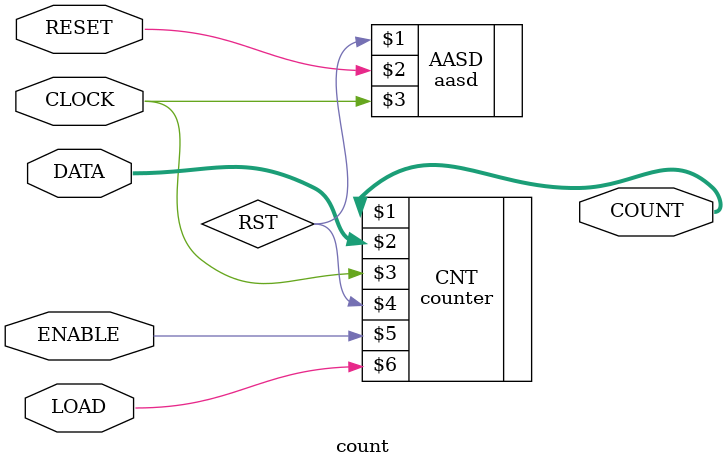
<source format=sv>
/*********************************************************************************************
 ***                                                                                       ***
 *** ECE 526L Experiment #4                                       Luis A Chavez, Fall 2016 ***
 ***                                                                                       ***
 *** Experiment #4 Behavioral Modeling of a Counter                                        ***
 ***                                                                                       ***
 *********************************************************************************************    
 *** Filename: count.sv                     Created by Luis A Chavez, September 30th, 2016 ***
 ***                                                                                       ***
 *** Top-level model instantiating modules counter.sv and aasd.sv                          ***
 *********************************************************************************************/

`timescale 1ns/ 1ns

  module count(COUNT,DATA,CLOCK,RESET,ENABLE,LOAD);
   //Port Declaration
   output [5:0] COUNT;
   input  [5:0] DATA;
   input 	CLOCK,RESET,ENABLE,LOAD;

   //Internal variables
   wire 	RST;
   
   //instantiating count.sv and aasd.sv
   aasd AASD(RST,RESET,CLOCK);
   counter CNT(COUNT,DATA,CLOCK,RST,ENABLE,LOAD);

endmodule // count

</source>
